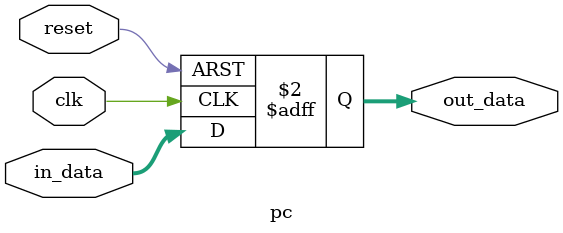
<source format=v>
`timescale 1ns / 1ps
module pc(
		clk,
		reset,
		in_data,
		out_data
    );
input clk, reset;
input [31:0] in_data;
output reg [31:0] out_data;

always @(posedge clk, posedge reset)
begin
	if (reset) out_data <= 32'b0;
	else out_data <= in_data;
end
endmodule

</source>
